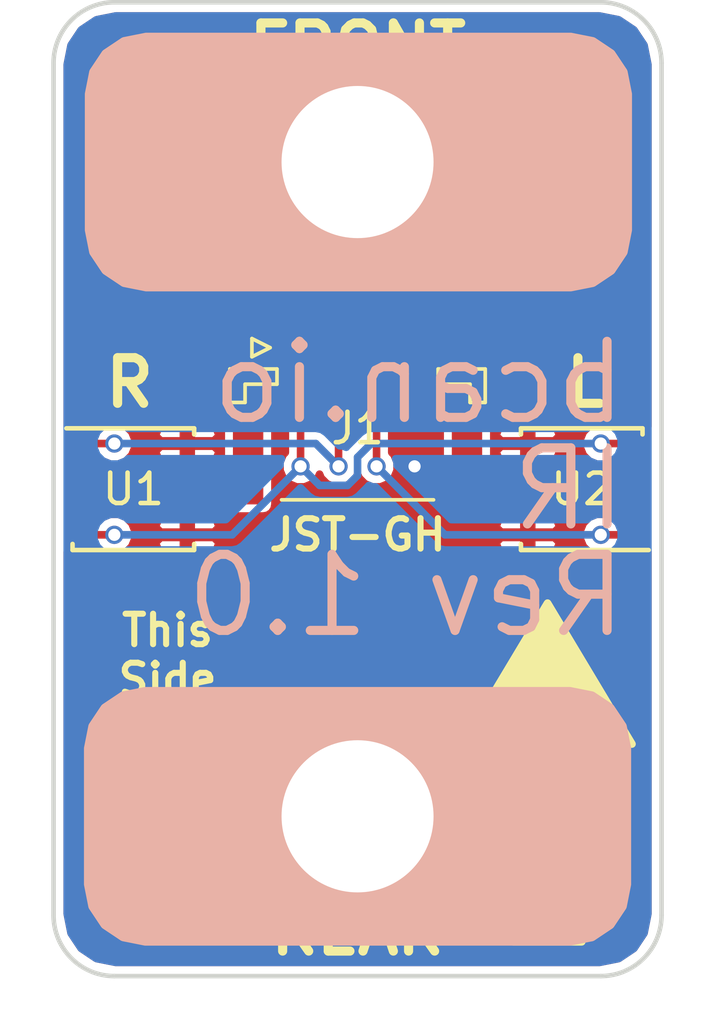
<source format=kicad_pcb>
(kicad_pcb (version 4) (host pcbnew 4.0.6)

  (general
    (links 0)
    (no_connects 0)
    (area 138.163095 82.275 161.836905 117.825)
    (thickness 0.8)
    (drawings 17)
    (tracks 43)
    (zones 0)
    (modules 5)
    (nets 13)
  )

  (page A4)
  (title_block
    (title "IR Receiver")
    (date 2017-03-21)
    (rev 1.0)
    (company "ECE 445")
  )

  (layers
    (0 F.Cu signal)
    (31 B.Cu signal)
    (32 B.Adhes user)
    (33 F.Adhes user)
    (34 B.Paste user)
    (35 F.Paste user)
    (36 B.SilkS user)
    (37 F.SilkS user)
    (38 B.Mask user)
    (39 F.Mask user)
    (40 Dwgs.User user)
    (41 Cmts.User user)
    (42 Eco1.User user)
    (43 Eco2.User user)
    (44 Edge.Cuts user)
    (45 Margin user)
    (46 B.CrtYd user)
    (47 F.CrtYd user)
    (48 B.Fab user)
    (49 F.Fab user)
  )

  (setup
    (last_trace_width 0.25)
    (trace_clearance 0.2)
    (zone_clearance 0.25)
    (zone_45_only no)
    (trace_min 0.16)
    (segment_width 0.2)
    (edge_width 0.15)
    (via_size 0.6)
    (via_drill 0.4)
    (via_min_size 0.4)
    (via_min_drill 0.3)
    (uvia_size 0.3)
    (uvia_drill 0.1)
    (uvias_allowed no)
    (uvia_min_size 0.2)
    (uvia_min_drill 0.1)
    (pcb_text_width 0.3)
    (pcb_text_size 1.5 1.5)
    (mod_edge_width 0.15)
    (mod_text_size 1 1)
    (mod_text_width 0.15)
    (pad_size 5 5)
    (pad_drill 5)
    (pad_to_mask_clearance 0.2)
    (aux_axis_origin 0 0)
    (visible_elements FFFEFF7F)
    (pcbplotparams
      (layerselection 0x00030_80000001)
      (usegerberextensions false)
      (excludeedgelayer true)
      (linewidth 0.100000)
      (plotframeref false)
      (viasonmask false)
      (mode 1)
      (useauxorigin false)
      (hpglpennumber 1)
      (hpglpenspeed 20)
      (hpglpendiameter 15)
      (hpglpenoverlay 2)
      (psnegative false)
      (psa4output false)
      (plotreference true)
      (plotvalue true)
      (plotinvisibletext false)
      (padsonsilk false)
      (subtractmaskfromsilk false)
      (outputformat 1)
      (mirror false)
      (drillshape 1)
      (scaleselection 1)
      (outputdirectory images))
  )

  (net 0 "")
  (net 1 +2V8)
  (net 2 /IR_R)
  (net 3 /IR_L)
  (net 4 GND)
  (net 5 "Net-(U1-Pad2)")
  (net 6 "Net-(U1-Pad3)")
  (net 7 "Net-(U1-Pad4)")
  (net 8 "Net-(U1-Pad7)")
  (net 9 "Net-(U2-Pad2)")
  (net 10 "Net-(U2-Pad3)")
  (net 11 "Net-(U2-Pad4)")
  (net 12 "Net-(U2-Pad7)")

  (net_class Default "This is the default net class."
    (clearance 0.2)
    (trace_width 0.25)
    (via_dia 0.6)
    (via_drill 0.4)
    (uvia_dia 0.3)
    (uvia_drill 0.1)
    (add_net +2V8)
    (add_net /IR_L)
    (add_net /IR_R)
    (add_net GND)
    (add_net "Net-(U1-Pad2)")
    (add_net "Net-(U1-Pad3)")
    (add_net "Net-(U1-Pad4)")
    (add_net "Net-(U1-Pad7)")
    (add_net "Net-(U2-Pad2)")
    (add_net "Net-(U2-Pad3)")
    (add_net "Net-(U2-Pad4)")
    (add_net "Net-(U2-Pad7)")
  )

  (net_class Tight ""
    (clearance 0.16)
    (trace_width 0.16)
    (via_dia 0.5)
    (via_drill 0.3)
    (uvia_dia 0.3)
    (uvia_drill 0.1)
  )

  (module bcan:TSOP572xx (layer F.Cu) (tedit 58D19224) (tstamp 58D177A4)
    (at 142.625 100)
    (path /58D689A4)
    (fp_text reference U1 (at 0 0) (layer F.SilkS)
      (effects (font (size 1 1) (thickness 0.15)))
    )
    (fp_text value TSOP57238 (at 0 3) (layer F.Fab)
      (effects (font (size 1 1) (thickness 0.15)))
    )
    (fp_line (start -2.4 2.2) (end -2.4 -2.2) (layer F.CrtYd) (width 0.05))
    (fp_line (start 2.4 2.2) (end -2.4 2.2) (layer F.CrtYd) (width 0.05))
    (fp_line (start 2.4 -2.2) (end 2.4 2.2) (layer F.CrtYd) (width 0.05))
    (fp_line (start -2.4 -2.2) (end 2.4 -2.2) (layer F.CrtYd) (width 0.05))
    (fp_arc (start 1.325 1.3) (end 1.725 1.3) (angle 90) (layer F.Fab) (width 0.15))
    (fp_arc (start 1.325 -1.3) (end 1.325 -1.7) (angle 90) (layer F.Fab) (width 0.15))
    (fp_arc (start 0.225 1.3) (end 0.225 1.7) (angle 90) (layer F.Fab) (width 0.15))
    (fp_arc (start 0.225 -1.3) (end -0.175 -1.3) (angle 89.9) (layer F.Fab) (width 0.15))
    (fp_line (start -0.175 1.3) (end -0.175 -1.3) (layer F.Fab) (width 0.15))
    (fp_line (start 1.325 1.7) (end 0.225 1.7) (layer F.Fab) (width 0.15))
    (fp_line (start 1.725 -1.3) (end 1.725 1.3) (layer F.Fab) (width 0.15))
    (fp_line (start 0.225 -1.7) (end 1.325 -1.7) (layer F.Fab) (width 0.15))
    (fp_line (start -2 2) (end -2 1.8) (layer F.SilkS) (width 0.15))
    (fp_line (start 2 1.8) (end 2 2) (layer F.SilkS) (width 0.15))
    (fp_line (start 2 -2) (end 2 -1.8) (layer F.SilkS) (width 0.15))
    (fp_line (start 2 2) (end -2 2) (layer F.SilkS) (width 0.15))
    (fp_line (start -2.2 -2) (end 2 -2) (layer F.SilkS) (width 0.15))
    (fp_line (start -1.975 -0.6) (end -0.6 -1.975) (layer F.Fab) (width 0.15))
    (fp_line (start -1.975 1.975) (end -1.975 -0.6) (layer F.Fab) (width 0.15))
    (fp_line (start 1.975 1.975) (end -1.975 1.975) (layer F.Fab) (width 0.15))
    (fp_line (start 1.975 -1.975) (end 1.975 1.975) (layer F.Fab) (width 0.15))
    (fp_line (start -0.6 -1.975) (end 1.975 -1.975) (layer F.Fab) (width 0.15))
    (pad 1 smd rect (at -1.775 -1.5) (size 0.8 0.35) (layers F.Cu F.Paste F.Mask)
      (net 2 /IR_R))
    (pad 5 smd rect (at -1.775 1.5) (size 0.8 0.35) (layers F.Cu F.Paste F.Mask)
      (net 1 +2V8))
    (pad 6 smd rect (at 1.775 1.5) (size 0.8 0.35) (layers F.Cu F.Paste F.Mask)
      (net 4 GND))
    (pad 8 smd rect (at 1.775 -1.5) (size 0.8 0.35) (layers F.Cu F.Paste F.Mask)
      (net 4 GND))
    (pad 2 smd rect (at -1.775 -0.75) (size 0.8 0.35) (layers F.Cu F.Mask)
      (net 5 "Net-(U1-Pad2)"))
    (pad 3 smd rect (at -1.775 0) (size 0.8 0.35) (layers F.Cu F.Mask)
      (net 6 "Net-(U1-Pad3)"))
    (pad 4 smd rect (at -1.775 0.75) (size 0.8 0.35) (layers F.Cu F.Mask)
      (net 7 "Net-(U1-Pad4)"))
    (pad 7 smd rect (at 1.775 0) (size 0.8 0.35) (layers F.Cu F.Mask)
      (net 8 "Net-(U1-Pad7)"))
  )

  (module bcan:TSOP572xx (layer F.Cu) (tedit 58D19224) (tstamp 58D177C2)
    (at 157.375 100 180)
    (path /58D6939D)
    (fp_text reference U2 (at 0 0 180) (layer F.SilkS)
      (effects (font (size 1 1) (thickness 0.15)))
    )
    (fp_text value TSOP57238 (at 0 3 180) (layer F.Fab)
      (effects (font (size 1 1) (thickness 0.15)))
    )
    (fp_line (start -2.4 2.2) (end -2.4 -2.2) (layer F.CrtYd) (width 0.05))
    (fp_line (start 2.4 2.2) (end -2.4 2.2) (layer F.CrtYd) (width 0.05))
    (fp_line (start 2.4 -2.2) (end 2.4 2.2) (layer F.CrtYd) (width 0.05))
    (fp_line (start -2.4 -2.2) (end 2.4 -2.2) (layer F.CrtYd) (width 0.05))
    (fp_arc (start 1.325 1.3) (end 1.725 1.3) (angle 90) (layer F.Fab) (width 0.15))
    (fp_arc (start 1.325 -1.3) (end 1.325 -1.7) (angle 90) (layer F.Fab) (width 0.15))
    (fp_arc (start 0.225 1.3) (end 0.225 1.7) (angle 90) (layer F.Fab) (width 0.15))
    (fp_arc (start 0.225 -1.3) (end -0.175 -1.3) (angle 89.9) (layer F.Fab) (width 0.15))
    (fp_line (start -0.175 1.3) (end -0.175 -1.3) (layer F.Fab) (width 0.15))
    (fp_line (start 1.325 1.7) (end 0.225 1.7) (layer F.Fab) (width 0.15))
    (fp_line (start 1.725 -1.3) (end 1.725 1.3) (layer F.Fab) (width 0.15))
    (fp_line (start 0.225 -1.7) (end 1.325 -1.7) (layer F.Fab) (width 0.15))
    (fp_line (start -2 2) (end -2 1.8) (layer F.SilkS) (width 0.15))
    (fp_line (start 2 1.8) (end 2 2) (layer F.SilkS) (width 0.15))
    (fp_line (start 2 -2) (end 2 -1.8) (layer F.SilkS) (width 0.15))
    (fp_line (start 2 2) (end -2 2) (layer F.SilkS) (width 0.15))
    (fp_line (start -2.2 -2) (end 2 -2) (layer F.SilkS) (width 0.15))
    (fp_line (start -1.975 -0.6) (end -0.6 -1.975) (layer F.Fab) (width 0.15))
    (fp_line (start -1.975 1.975) (end -1.975 -0.6) (layer F.Fab) (width 0.15))
    (fp_line (start 1.975 1.975) (end -1.975 1.975) (layer F.Fab) (width 0.15))
    (fp_line (start 1.975 -1.975) (end 1.975 1.975) (layer F.Fab) (width 0.15))
    (fp_line (start -0.6 -1.975) (end 1.975 -1.975) (layer F.Fab) (width 0.15))
    (pad 1 smd rect (at -1.775 -1.5 180) (size 0.8 0.35) (layers F.Cu F.Paste F.Mask)
      (net 3 /IR_L))
    (pad 5 smd rect (at -1.775 1.5 180) (size 0.8 0.35) (layers F.Cu F.Paste F.Mask)
      (net 1 +2V8))
    (pad 6 smd rect (at 1.775 1.5 180) (size 0.8 0.35) (layers F.Cu F.Paste F.Mask)
      (net 4 GND))
    (pad 8 smd rect (at 1.775 -1.5 180) (size 0.8 0.35) (layers F.Cu F.Paste F.Mask)
      (net 4 GND))
    (pad 2 smd rect (at -1.775 -0.75 180) (size 0.8 0.35) (layers F.Cu F.Mask)
      (net 9 "Net-(U2-Pad2)"))
    (pad 3 smd rect (at -1.775 0 180) (size 0.8 0.35) (layers F.Cu F.Mask)
      (net 10 "Net-(U2-Pad3)"))
    (pad 4 smd rect (at -1.775 0.75 180) (size 0.8 0.35) (layers F.Cu F.Mask)
      (net 11 "Net-(U2-Pad4)"))
    (pad 7 smd rect (at 1.775 0 180) (size 0.8 0.35) (layers F.Cu F.Mask)
      (net 12 "Net-(U2-Pad7)"))
  )

  (module Connectors_JST:JST_GH_SM04B-GHS-TB_04x1.25mm_Angled (layer F.Cu) (tedit 58A22BB2) (tstamp 58D17348)
    (at 150 97.5)
    (descr "JST GH series connector, SM04B-GHS-TB, side entry type")
    (tags "connector jst GH SMT side horizontal entry 1.25mm pitch")
    (path /58D694F5)
    (attr smd)
    (fp_text reference J1 (at 0 0.5) (layer F.SilkS)
      (effects (font (size 1 1) (thickness 0.15)))
    )
    (fp_text value IR (at 0 4.45) (layer F.Fab)
      (effects (font (size 1 1) (thickness 0.15)))
    )
    (fp_text user %R (at 0 0.45) (layer F.Fab)
      (effects (font (size 1 1) (thickness 0.15)))
    )
    (fp_line (start -4.1 -1.3) (end -4.1 2.75) (layer F.Fab) (width 0.1))
    (fp_line (start -4.1 2.75) (end 4.1 2.75) (layer F.Fab) (width 0.1))
    (fp_line (start 4.1 2.75) (end 4.1 -1.3) (layer F.Fab) (width 0.1))
    (fp_line (start 4.1 -1.3) (end -4.1 -1.3) (layer F.Fab) (width 0.1))
    (fp_line (start -2.5 2.85) (end 2.5 2.85) (layer F.SilkS) (width 0.12))
    (fp_line (start -4.2 -0.35) (end -4.2 -1.45) (layer F.SilkS) (width 0.12))
    (fp_line (start -4.2 -1.45) (end -2.65 -1.45) (layer F.SilkS) (width 0.12))
    (fp_line (start -2.65 -1.45) (end -2.65 -0.95) (layer F.SilkS) (width 0.12))
    (fp_line (start -2.65 -0.95) (end -3.7 -0.95) (layer F.SilkS) (width 0.12))
    (fp_line (start -3.7 -0.95) (end -3.7 -0.35) (layer F.SilkS) (width 0.12))
    (fp_line (start -3.7 -0.35) (end -4.2 -0.35) (layer F.SilkS) (width 0.12))
    (fp_line (start 4.2 -0.35) (end 4.2 -1.45) (layer F.SilkS) (width 0.12))
    (fp_line (start 4.2 -1.45) (end 2.65 -1.45) (layer F.SilkS) (width 0.12))
    (fp_line (start 2.65 -1.45) (end 2.65 -0.95) (layer F.SilkS) (width 0.12))
    (fp_line (start 2.65 -0.95) (end 3.7 -0.95) (layer F.SilkS) (width 0.12))
    (fp_line (start 3.7 -0.95) (end 3.7 -0.35) (layer F.SilkS) (width 0.12))
    (fp_line (start 3.7 -0.35) (end 4.2 -0.35) (layer F.SilkS) (width 0.12))
    (fp_line (start -2.875 -2.15) (end -3.475 -2.45) (layer F.SilkS) (width 0.12))
    (fp_line (start -3.475 -2.45) (end -3.475 -1.85) (layer F.SilkS) (width 0.12))
    (fp_line (start -3.475 -1.85) (end -2.875 -2.15) (layer F.SilkS) (width 0.12))
    (fp_line (start -2.875 -2.15) (end -3.475 -2.45) (layer F.Fab) (width 0.1))
    (fp_line (start -3.475 -2.45) (end -3.475 -1.85) (layer F.Fab) (width 0.1))
    (fp_line (start -3.475 -1.85) (end -2.875 -2.15) (layer F.Fab) (width 0.1))
    (fp_line (start -2.125 2.7) (end -2.125 1.2) (layer F.Fab) (width 0.1))
    (fp_line (start -2.125 1.2) (end -1.625 1.2) (layer F.Fab) (width 0.1))
    (fp_line (start -1.625 1.2) (end -1.625 2.7) (layer F.Fab) (width 0.1))
    (fp_line (start -0.875 2.7) (end -0.875 1.2) (layer F.Fab) (width 0.1))
    (fp_line (start -0.875 1.2) (end -0.375 1.2) (layer F.Fab) (width 0.1))
    (fp_line (start -0.375 1.2) (end -0.375 2.7) (layer F.Fab) (width 0.1))
    (fp_line (start 0.375 2.7) (end 0.375 1.2) (layer F.Fab) (width 0.1))
    (fp_line (start 0.375 1.2) (end 0.875 1.2) (layer F.Fab) (width 0.1))
    (fp_line (start 0.875 1.2) (end 0.875 2.7) (layer F.Fab) (width 0.1))
    (fp_line (start 1.625 2.7) (end 1.625 1.2) (layer F.Fab) (width 0.1))
    (fp_line (start 1.625 1.2) (end 2.125 1.2) (layer F.Fab) (width 0.1))
    (fp_line (start 2.125 1.2) (end 2.125 2.7) (layer F.Fab) (width 0.1))
    (fp_line (start -4.6 -3.1) (end -4.6 3.5) (layer F.CrtYd) (width 0.05))
    (fp_line (start -4.6 3.5) (end 4.6 3.5) (layer F.CrtYd) (width 0.05))
    (fp_line (start 4.6 3.5) (end 4.6 -3.1) (layer F.CrtYd) (width 0.05))
    (fp_line (start 4.6 -3.1) (end -4.6 -3.1) (layer F.CrtYd) (width 0.05))
    (pad 1 smd rect (at -1.875 -1.6) (size 0.6 1.8) (layers F.Cu F.Paste F.Mask)
      (net 1 +2V8))
    (pad 2 smd rect (at -0.625 -1.6) (size 0.6 1.8) (layers F.Cu F.Paste F.Mask)
      (net 2 /IR_R))
    (pad 3 smd rect (at 0.625 -1.6) (size 0.6 1.8) (layers F.Cu F.Paste F.Mask)
      (net 3 /IR_L))
    (pad 4 smd rect (at 1.875 -1.6) (size 0.6 1.8) (layers F.Cu F.Paste F.Mask)
      (net 4 GND))
    (pad "" smd rect (at 3.6 1.6) (size 1 2.8) (layers F.Cu F.Paste F.Mask))
    (pad "" smd rect (at -3.6 1.6) (size 1 2.8) (layers F.Cu F.Paste F.Mask))
  )

  (module Mounting_Holes:MountingHole_5mm (layer F.Cu) (tedit 58D19499) (tstamp 58D19ABD)
    (at 150 89.25)
    (descr "Mounting Hole 5mm, no annular")
    (tags "mounting hole 5mm no annular")
    (fp_text reference REF** (at 0 -6) (layer F.SilkS) hide
      (effects (font (size 1 1) (thickness 0.15)))
    )
    (fp_text value MountingHole_5mm (at 0 6) (layer F.Fab)
      (effects (font (size 1 1) (thickness 0.15)))
    )
    (fp_circle (center 0 0) (end 5 0) (layer Cmts.User) (width 0.15))
    (fp_circle (center 0 0) (end 5.25 0) (layer F.CrtYd) (width 0.05))
    (pad 1 np_thru_hole circle (at 0 0) (size 5 5) (drill 5) (layers *.Cu *.Mask))
  )

  (module Mounting_Holes:MountingHole_5mm (layer F.Cu) (tedit 58D194BA) (tstamp 58D19ACC)
    (at 150 110.75)
    (descr "Mounting Hole 5mm, no annular")
    (tags "mounting hole 5mm no annular")
    (fp_text reference REF** (at 0 -6) (layer F.SilkS) hide
      (effects (font (size 1 1) (thickness 0.15)))
    )
    (fp_text value MountingHole_5mm (at 0 6) (layer F.Fab)
      (effects (font (size 1 1) (thickness 0.15)))
    )
    (fp_circle (center 0 0) (end 5 0) (layer Cmts.User) (width 0.15))
    (fp_circle (center 0 0) (end 5.25 0) (layer F.CrtYd) (width 0.05))
    (pad 1 np_thru_hole circle (at 0 0) (size 5 5) (drill 5) (layers *.Cu *.Mask))
  )

  (gr_text JST-GH (at 150 101.5) (layer F.SilkS)
    (effects (font (size 1 1) (thickness 0.2)))
  )
  (gr_text "This\nSide\nDown" (at 143.75 106.25) (layer F.SilkS)
    (effects (font (size 1 1) (thickness 0.2)))
  )
  (gr_text REAR (at 150 114.5) (layer F.SilkS)
    (effects (font (size 1.5 1.5) (thickness 0.3)))
  )
  (gr_text FRONT (at 150 85.5) (layer F.SilkS)
    (effects (font (size 1.5 1.5) (thickness 0.3)))
  )
  (gr_text IR (at 159 100) (layer B.SilkS)
    (effects (font (size 2.5 2.5) (thickness 0.3)) (justify left mirror))
  )
  (gr_text "Rev 1.0" (at 159 103.5) (layer B.SilkS)
    (effects (font (size 2.5 2.5) (thickness 0.3)) (justify left mirror))
  )
  (gr_text bcan.io (at 159 96.5) (layer B.SilkS)
    (effects (font (size 2.5 2.5) (thickness 0.3)) (justify left mirror))
  )
  (gr_text L (at 157.5 96.5) (layer F.SilkS)
    (effects (font (size 1.5 1.5) (thickness 0.3)))
  )
  (gr_text R (at 142.5 96.5) (layer F.SilkS)
    (effects (font (size 1.5 1.5) (thickness 0.3)))
  )
  (gr_arc (start 158 86) (end 158 84) (angle 90) (layer Edge.Cuts) (width 0.15))
  (gr_arc (start 158 114) (end 160 114) (angle 90) (layer Edge.Cuts) (width 0.15))
  (gr_arc (start 142 114) (end 142 116) (angle 90) (layer Edge.Cuts) (width 0.15))
  (gr_arc (start 142 86) (end 140 86) (angle 90) (layer Edge.Cuts) (width 0.15))
  (gr_line (start 140 114) (end 140 86) (layer Edge.Cuts) (width 0.15))
  (gr_line (start 158 116) (end 142 116) (layer Edge.Cuts) (width 0.15))
  (gr_line (start 160 86) (end 160 114) (layer Edge.Cuts) (width 0.15))
  (gr_line (start 142 84) (end 158 84) (layer Edge.Cuts) (width 0.15))

  (segment (start 148.749997 99.875001) (end 149.675001 99.875001) (width 0.25) (layer B.Cu) (net 1))
  (segment (start 149.675001 99.875001) (end 150 99.550002) (width 0.25) (layer B.Cu) (net 1))
  (segment (start 150 99.550002) (end 150 98.949998) (width 0.25) (layer B.Cu) (net 1))
  (segment (start 142 101.5) (end 145.875004 101.5) (width 0.25) (layer B.Cu) (net 1))
  (segment (start 145.875004 101.5) (end 148.125 99.250004) (width 0.25) (layer B.Cu) (net 1))
  (segment (start 158 98.5) (end 150.449998 98.5) (width 0.25) (layer B.Cu) (net 1))
  (segment (start 150.449998 98.5) (end 150 98.949998) (width 0.25) (layer B.Cu) (net 1))
  (segment (start 148.749997 99.875001) (end 148.125 99.250004) (width 0.25) (layer B.Cu) (net 1))
  (segment (start 148.125 95.9) (end 148.125 99.250004) (width 0.25) (layer F.Cu) (net 1) (status 10))
  (via (at 148.125 99.250004) (size 0.6) (drill 0.4) (layers F.Cu B.Cu) (net 1))
  (segment (start 142 101.5) (end 140.85 101.5) (width 0.25) (layer F.Cu) (net 1) (status 20))
  (via (at 142 101.5) (size 0.6) (drill 0.4) (layers F.Cu B.Cu) (net 1))
  (segment (start 158 98.5) (end 159.15 98.5) (width 0.25) (layer F.Cu) (net 1) (status 20))
  (via (at 158 98.5) (size 0.6) (drill 0.4) (layers F.Cu B.Cu) (net 1))
  (segment (start 142 98.5) (end 148.625 98.5) (width 0.25) (layer B.Cu) (net 2))
  (segment (start 148.625 98.5) (end 149.375 99.25) (width 0.25) (layer B.Cu) (net 2))
  (segment (start 149.375 95.9) (end 149.375 99.25) (width 0.25) (layer F.Cu) (net 2) (status 10))
  (segment (start 142 98.5) (end 140.85 98.5) (width 0.25) (layer F.Cu) (net 2) (status 20))
  (via (at 142 98.5) (size 0.6) (drill 0.4) (layers F.Cu B.Cu) (net 2))
  (via (at 149.375 99.25) (size 0.6) (drill 0.4) (layers F.Cu B.Cu) (net 2))
  (segment (start 150.625 99.25) (end 150.625 95.9) (width 0.25) (layer F.Cu) (net 3) (status 20))
  (segment (start 158 101.5) (end 152.875 101.5) (width 0.25) (layer B.Cu) (net 3))
  (segment (start 152.875 101.5) (end 150.625 99.25) (width 0.25) (layer B.Cu) (net 3))
  (segment (start 158 101.5) (end 159.15 101.5) (width 0.25) (layer F.Cu) (net 3) (status 20))
  (via (at 158 101.5) (size 0.6) (drill 0.4) (layers F.Cu B.Cu) (net 3))
  (via (at 150.625 99.25) (size 0.6) (drill 0.4) (layers F.Cu B.Cu) (net 3))
  (segment (start 151.875 99.25) (end 151.875 99.860002) (width 0.25) (layer F.Cu) (net 4))
  (segment (start 151.875 95.9) (end 151.875 99.25) (width 0.25) (layer F.Cu) (net 4) (status 10))
  (via (at 151.875 99.25) (size 0.6) (drill 0.4) (layers F.Cu B.Cu) (net 4))
  (segment (start 144.4 101.5) (end 150.235002 101.5) (width 0.25) (layer F.Cu) (net 4) (status 10))
  (segment (start 150.235002 101.5) (end 151.875 99.860002) (width 0.25) (layer F.Cu) (net 4))
  (segment (start 151.875 99.860002) (end 153.514998 101.5) (width 0.25) (layer F.Cu) (net 4))
  (segment (start 153.514998 101.5) (end 155.6 101.5) (width 0.25) (layer F.Cu) (net 4) (status 20))
  (segment (start 155.6 98.5) (end 155.6 98.925) (width 0.25) (layer F.Cu) (net 4) (status 10))
  (segment (start 155.6 98.925) (end 154.874999 99.650001) (width 0.25) (layer F.Cu) (net 4))
  (segment (start 154.874999 99.650001) (end 154.874999 100.349999) (width 0.25) (layer F.Cu) (net 4))
  (segment (start 154.874999 100.349999) (end 155.6 101.075) (width 0.25) (layer F.Cu) (net 4))
  (segment (start 155.6 101.075) (end 155.6 101.5) (width 0.25) (layer F.Cu) (net 4) (status 20))
  (segment (start 144.4 98.5) (end 144.4 98.925) (width 0.25) (layer F.Cu) (net 4) (status 10))
  (segment (start 144.4 98.925) (end 145.125001 99.650001) (width 0.25) (layer F.Cu) (net 4))
  (segment (start 145.125001 99.650001) (end 145.125001 100.349999) (width 0.25) (layer F.Cu) (net 4))
  (segment (start 145.125001 100.349999) (end 144.4 101.075) (width 0.25) (layer F.Cu) (net 4))
  (segment (start 144.4 101.075) (end 144.4 101.5) (width 0.25) (layer F.Cu) (net 4) (status 20))

  (zone (net 4) (net_name GND) (layer F.Cu) (tstamp 0) (hatch edge 0.508)
    (connect_pads (clearance 0.25))
    (min_thickness 0.25)
    (fill yes (arc_segments 16) (thermal_gap 0.508) (thermal_bridge_width 0.508) (smoothing fillet) (radius 2))
    (polygon
      (pts
        (xy 140 84) (xy 160 84) (xy 160 116) (xy 140 116)
      )
    )
    (filled_polygon
      (pts
        (xy 158.589785 84.576131) (xy 159.089782 84.910218) (xy 159.423869 85.410215) (xy 159.55 86.044319) (xy 159.55 97.942654)
        (xy 158.75 97.942654) (xy 158.611034 97.968802) (xy 158.562551 98) (xy 158.454634 98) (xy 158.382856 97.928097)
        (xy 158.134855 97.825117) (xy 157.866323 97.824883) (xy 157.618143 97.927429) (xy 157.428097 98.117144) (xy 157.325117 98.365145)
        (xy 157.324883 98.633677) (xy 157.427429 98.881857) (xy 157.617144 99.071903) (xy 157.865145 99.174883) (xy 158.133677 99.175117)
        (xy 158.367654 99.07844) (xy 158.367654 99.425) (xy 158.393802 99.563966) (xy 158.432938 99.624786) (xy 158.397777 99.676246)
        (xy 158.367654 99.825) (xy 158.367654 100.175) (xy 158.393802 100.313966) (xy 158.432938 100.374786) (xy 158.397777 100.426246)
        (xy 158.367654 100.575) (xy 158.367654 100.921785) (xy 158.134855 100.825117) (xy 157.866323 100.824883) (xy 157.618143 100.927429)
        (xy 157.428097 101.117144) (xy 157.325117 101.365145) (xy 157.324883 101.633677) (xy 157.427429 101.881857) (xy 157.617144 102.071903)
        (xy 157.865145 102.174883) (xy 158.133677 102.175117) (xy 158.381857 102.072571) (xy 158.454555 102) (xy 158.561404 102)
        (xy 158.601246 102.027223) (xy 158.75 102.057346) (xy 159.55 102.057346) (xy 159.55 113.955681) (xy 159.423869 114.589785)
        (xy 159.089782 115.089782) (xy 158.589785 115.423869) (xy 157.95568 115.55) (xy 142.044319 115.55) (xy 141.410215 115.423869)
        (xy 140.910218 115.089782) (xy 140.576131 114.589785) (xy 140.45 113.95568) (xy 140.45 111.319364) (xy 147.124502 111.319364)
        (xy 147.561272 112.376429) (xy 148.369317 113.185886) (xy 149.425618 113.6245) (xy 150.569364 113.625498) (xy 151.626429 113.188728)
        (xy 152.435886 112.380683) (xy 152.8745 111.324382) (xy 152.875498 110.180636) (xy 152.438728 109.123571) (xy 151.630683 108.314114)
        (xy 150.574382 107.8755) (xy 149.430636 107.874502) (xy 148.373571 108.311272) (xy 147.564114 109.119317) (xy 147.1255 110.175618)
        (xy 147.124502 111.319364) (xy 140.45 111.319364) (xy 140.45 102.057346) (xy 141.25 102.057346) (xy 141.388966 102.031198)
        (xy 141.437449 102) (xy 141.545366 102) (xy 141.617144 102.071903) (xy 141.865145 102.174883) (xy 142.133677 102.175117)
        (xy 142.381857 102.072571) (xy 142.571903 101.882856) (xy 142.628834 101.74575) (xy 143.367 101.74575) (xy 143.367 101.800912)
        (xy 143.463369 102.033566) (xy 143.641435 102.211632) (xy 143.874089 102.308) (xy 144.11275 102.308) (xy 144.271 102.14975)
        (xy 144.271 101.5875) (xy 144.529 101.5875) (xy 144.529 102.14975) (xy 144.68725 102.308) (xy 144.925911 102.308)
        (xy 145.158565 102.211632) (xy 145.336631 102.033566) (xy 145.433 101.800912) (xy 145.433 101.74575) (xy 154.567 101.74575)
        (xy 154.567 101.800912) (xy 154.663369 102.033566) (xy 154.841435 102.211632) (xy 155.074089 102.308) (xy 155.31275 102.308)
        (xy 155.471 102.14975) (xy 155.471 101.5875) (xy 155.729 101.5875) (xy 155.729 102.14975) (xy 155.88725 102.308)
        (xy 156.125911 102.308) (xy 156.358565 102.211632) (xy 156.536631 102.033566) (xy 156.633 101.800912) (xy 156.633 101.74575)
        (xy 156.47475 101.5875) (xy 155.729 101.5875) (xy 155.471 101.5875) (xy 154.72525 101.5875) (xy 154.567 101.74575)
        (xy 145.433 101.74575) (xy 145.27475 101.5875) (xy 144.529 101.5875) (xy 144.271 101.5875) (xy 143.52525 101.5875)
        (xy 143.367 101.74575) (xy 142.628834 101.74575) (xy 142.674883 101.634855) (xy 142.675117 101.366323) (xy 142.606017 101.199088)
        (xy 143.367 101.199088) (xy 143.367 101.25425) (xy 143.52525 101.4125) (xy 144.271 101.4125) (xy 144.271 100.85025)
        (xy 144.529 100.85025) (xy 144.529 101.4125) (xy 145.27475 101.4125) (xy 145.433 101.25425) (xy 145.433 101.199088)
        (xy 154.567 101.199088) (xy 154.567 101.25425) (xy 154.72525 101.4125) (xy 155.471 101.4125) (xy 155.471 100.85025)
        (xy 155.729 100.85025) (xy 155.729 101.4125) (xy 156.47475 101.4125) (xy 156.633 101.25425) (xy 156.633 101.199088)
        (xy 156.536631 100.966434) (xy 156.358565 100.788368) (xy 156.125911 100.692) (xy 155.88725 100.692) (xy 155.729 100.85025)
        (xy 155.471 100.85025) (xy 155.31275 100.692) (xy 155.074089 100.692) (xy 154.841435 100.788368) (xy 154.663369 100.966434)
        (xy 154.567 101.199088) (xy 145.433 101.199088) (xy 145.336631 100.966434) (xy 145.158565 100.788368) (xy 144.925911 100.692)
        (xy 144.68725 100.692) (xy 144.529 100.85025) (xy 144.271 100.85025) (xy 144.11275 100.692) (xy 143.874089 100.692)
        (xy 143.641435 100.788368) (xy 143.463369 100.966434) (xy 143.367 101.199088) (xy 142.606017 101.199088) (xy 142.572571 101.118143)
        (xy 142.382856 100.928097) (xy 142.134855 100.825117) (xy 141.866323 100.824883) (xy 141.632346 100.92156) (xy 141.632346 100.575)
        (xy 141.606198 100.436034) (xy 141.567062 100.375214) (xy 141.602223 100.323754) (xy 141.632346 100.175) (xy 141.632346 99.825)
        (xy 143.617654 99.825) (xy 143.617654 100.175) (xy 143.643802 100.313966) (xy 143.725931 100.441599) (xy 143.851246 100.527223)
        (xy 144 100.557346) (xy 144.8 100.557346) (xy 144.938966 100.531198) (xy 145.066599 100.449069) (xy 145.152223 100.323754)
        (xy 145.182346 100.175) (xy 145.182346 99.825) (xy 145.156198 99.686034) (xy 145.074069 99.558401) (xy 144.948754 99.472777)
        (xy 144.8 99.442654) (xy 144 99.442654) (xy 143.861034 99.468802) (xy 143.733401 99.550931) (xy 143.647777 99.676246)
        (xy 143.617654 99.825) (xy 141.632346 99.825) (xy 141.606198 99.686034) (xy 141.567062 99.625214) (xy 141.602223 99.573754)
        (xy 141.632346 99.425) (xy 141.632346 99.078215) (xy 141.865145 99.174883) (xy 142.133677 99.175117) (xy 142.381857 99.072571)
        (xy 142.571903 98.882856) (xy 142.628834 98.74575) (xy 143.367 98.74575) (xy 143.367 98.800912) (xy 143.463369 99.033566)
        (xy 143.641435 99.211632) (xy 143.874089 99.308) (xy 144.11275 99.308) (xy 144.271 99.14975) (xy 144.271 98.5875)
        (xy 144.529 98.5875) (xy 144.529 99.14975) (xy 144.68725 99.308) (xy 144.925911 99.308) (xy 145.158565 99.211632)
        (xy 145.336631 99.033566) (xy 145.433 98.800912) (xy 145.433 98.74575) (xy 145.27475 98.5875) (xy 144.529 98.5875)
        (xy 144.271 98.5875) (xy 143.52525 98.5875) (xy 143.367 98.74575) (xy 142.628834 98.74575) (xy 142.674883 98.634855)
        (xy 142.675117 98.366323) (xy 142.606017 98.199088) (xy 143.367 98.199088) (xy 143.367 98.25425) (xy 143.52525 98.4125)
        (xy 144.271 98.4125) (xy 144.271 97.85025) (xy 144.529 97.85025) (xy 144.529 98.4125) (xy 145.27475 98.4125)
        (xy 145.433 98.25425) (xy 145.433 98.199088) (xy 145.336631 97.966434) (xy 145.158565 97.788368) (xy 144.945225 97.7)
        (xy 145.517654 97.7) (xy 145.517654 100.5) (xy 145.543802 100.638966) (xy 145.625931 100.766599) (xy 145.751246 100.852223)
        (xy 145.9 100.882346) (xy 146.9 100.882346) (xy 147.038966 100.856198) (xy 147.166599 100.774069) (xy 147.252223 100.648754)
        (xy 147.282346 100.5) (xy 147.282346 97.7) (xy 147.256198 97.561034) (xy 147.174069 97.433401) (xy 147.048754 97.347777)
        (xy 146.9 97.317654) (xy 145.9 97.317654) (xy 145.761034 97.343802) (xy 145.633401 97.425931) (xy 145.547777 97.551246)
        (xy 145.517654 97.7) (xy 144.945225 97.7) (xy 144.925911 97.692) (xy 144.68725 97.692) (xy 144.529 97.85025)
        (xy 144.271 97.85025) (xy 144.11275 97.692) (xy 143.874089 97.692) (xy 143.641435 97.788368) (xy 143.463369 97.966434)
        (xy 143.367 98.199088) (xy 142.606017 98.199088) (xy 142.572571 98.118143) (xy 142.382856 97.928097) (xy 142.134855 97.825117)
        (xy 141.866323 97.824883) (xy 141.618143 97.927429) (xy 141.545445 98) (xy 141.438596 98) (xy 141.398754 97.972777)
        (xy 141.25 97.942654) (xy 140.45 97.942654) (xy 140.45 95) (xy 147.442654 95) (xy 147.442654 96.8)
        (xy 147.468802 96.938966) (xy 147.550931 97.066599) (xy 147.625 97.117208) (xy 147.625 98.79537) (xy 147.553097 98.867148)
        (xy 147.450117 99.115149) (xy 147.449883 99.383681) (xy 147.552429 99.631861) (xy 147.742144 99.821907) (xy 147.990145 99.924887)
        (xy 148.258677 99.925121) (xy 148.506857 99.822575) (xy 148.696903 99.63286) (xy 148.750004 99.504979) (xy 148.802429 99.631857)
        (xy 148.992144 99.821903) (xy 149.240145 99.924883) (xy 149.508677 99.925117) (xy 149.756857 99.822571) (xy 149.946903 99.632856)
        (xy 150.000003 99.504977) (xy 150.052429 99.631857) (xy 150.242144 99.821903) (xy 150.490145 99.924883) (xy 150.758677 99.925117)
        (xy 151.006857 99.822571) (xy 151.196903 99.632856) (xy 151.299883 99.384855) (xy 151.300117 99.116323) (xy 151.197571 98.868143)
        (xy 151.125 98.795445) (xy 151.125 97.7) (xy 152.717654 97.7) (xy 152.717654 100.5) (xy 152.743802 100.638966)
        (xy 152.825931 100.766599) (xy 152.951246 100.852223) (xy 153.1 100.882346) (xy 154.1 100.882346) (xy 154.238966 100.856198)
        (xy 154.366599 100.774069) (xy 154.452223 100.648754) (xy 154.482346 100.5) (xy 154.482346 99.825) (xy 154.817654 99.825)
        (xy 154.817654 100.175) (xy 154.843802 100.313966) (xy 154.925931 100.441599) (xy 155.051246 100.527223) (xy 155.2 100.557346)
        (xy 156 100.557346) (xy 156.138966 100.531198) (xy 156.266599 100.449069) (xy 156.352223 100.323754) (xy 156.382346 100.175)
        (xy 156.382346 99.825) (xy 156.356198 99.686034) (xy 156.274069 99.558401) (xy 156.148754 99.472777) (xy 156 99.442654)
        (xy 155.2 99.442654) (xy 155.061034 99.468802) (xy 154.933401 99.550931) (xy 154.847777 99.676246) (xy 154.817654 99.825)
        (xy 154.482346 99.825) (xy 154.482346 98.74575) (xy 154.567 98.74575) (xy 154.567 98.800912) (xy 154.663369 99.033566)
        (xy 154.841435 99.211632) (xy 155.074089 99.308) (xy 155.31275 99.308) (xy 155.471 99.14975) (xy 155.471 98.5875)
        (xy 155.729 98.5875) (xy 155.729 99.14975) (xy 155.88725 99.308) (xy 156.125911 99.308) (xy 156.358565 99.211632)
        (xy 156.536631 99.033566) (xy 156.633 98.800912) (xy 156.633 98.74575) (xy 156.47475 98.5875) (xy 155.729 98.5875)
        (xy 155.471 98.5875) (xy 154.72525 98.5875) (xy 154.567 98.74575) (xy 154.482346 98.74575) (xy 154.482346 98.199088)
        (xy 154.567 98.199088) (xy 154.567 98.25425) (xy 154.72525 98.4125) (xy 155.471 98.4125) (xy 155.471 97.85025)
        (xy 155.729 97.85025) (xy 155.729 98.4125) (xy 156.47475 98.4125) (xy 156.633 98.25425) (xy 156.633 98.199088)
        (xy 156.536631 97.966434) (xy 156.358565 97.788368) (xy 156.125911 97.692) (xy 155.88725 97.692) (xy 155.729 97.85025)
        (xy 155.471 97.85025) (xy 155.31275 97.692) (xy 155.074089 97.692) (xy 154.841435 97.788368) (xy 154.663369 97.966434)
        (xy 154.567 98.199088) (xy 154.482346 98.199088) (xy 154.482346 97.7) (xy 154.456198 97.561034) (xy 154.374069 97.433401)
        (xy 154.248754 97.347777) (xy 154.1 97.317654) (xy 153.1 97.317654) (xy 152.961034 97.343802) (xy 152.833401 97.425931)
        (xy 152.747777 97.551246) (xy 152.717654 97.7) (xy 151.125 97.7) (xy 151.125 97.245197) (xy 151.216435 97.336632)
        (xy 151.449089 97.433) (xy 151.58775 97.433) (xy 151.746 97.27475) (xy 151.746 96.029) (xy 152.004 96.029)
        (xy 152.004 97.27475) (xy 152.16225 97.433) (xy 152.300911 97.433) (xy 152.533565 97.336632) (xy 152.711631 97.158566)
        (xy 152.808 96.925912) (xy 152.808 96.18725) (xy 152.64975 96.029) (xy 152.004 96.029) (xy 151.746 96.029)
        (xy 151.726 96.029) (xy 151.726 95.771) (xy 151.746 95.771) (xy 151.746 94.52525) (xy 152.004 94.52525)
        (xy 152.004 95.771) (xy 152.64975 95.771) (xy 152.808 95.61275) (xy 152.808 94.874088) (xy 152.711631 94.641434)
        (xy 152.533565 94.463368) (xy 152.300911 94.367) (xy 152.16225 94.367) (xy 152.004 94.52525) (xy 151.746 94.52525)
        (xy 151.58775 94.367) (xy 151.449089 94.367) (xy 151.216435 94.463368) (xy 151.039053 94.64075) (xy 150.925 94.617654)
        (xy 150.325 94.617654) (xy 150.186034 94.643802) (xy 150.058401 94.725931) (xy 149.99962 94.81196) (xy 149.949069 94.733401)
        (xy 149.823754 94.647777) (xy 149.675 94.617654) (xy 149.075 94.617654) (xy 148.936034 94.643802) (xy 148.808401 94.725931)
        (xy 148.74962 94.81196) (xy 148.699069 94.733401) (xy 148.573754 94.647777) (xy 148.425 94.617654) (xy 147.825 94.617654)
        (xy 147.686034 94.643802) (xy 147.558401 94.725931) (xy 147.472777 94.851246) (xy 147.442654 95) (xy 140.45 95)
        (xy 140.45 89.819364) (xy 147.124502 89.819364) (xy 147.561272 90.876429) (xy 148.369317 91.685886) (xy 149.425618 92.1245)
        (xy 150.569364 92.125498) (xy 151.626429 91.688728) (xy 152.435886 90.880683) (xy 152.8745 89.824382) (xy 152.875498 88.680636)
        (xy 152.438728 87.623571) (xy 151.630683 86.814114) (xy 150.574382 86.3755) (xy 149.430636 86.374502) (xy 148.373571 86.811272)
        (xy 147.564114 87.619317) (xy 147.1255 88.675618) (xy 147.124502 89.819364) (xy 140.45 89.819364) (xy 140.45 86.04432)
        (xy 140.576131 85.410215) (xy 140.910218 84.910218) (xy 141.410215 84.576131) (xy 142.044319 84.45) (xy 157.95568 84.45)
      )
    )
  )
  (zone (net 4) (net_name GND) (layer B.Cu) (tstamp 58D17F5E) (hatch edge 0.508)
    (connect_pads (clearance 0.25))
    (min_thickness 0.25)
    (fill yes (arc_segments 16) (thermal_gap 0.508) (thermal_bridge_width 0.508) (smoothing fillet) (radius 2))
    (polygon
      (pts
        (xy 140 84) (xy 160 84) (xy 160 116) (xy 140 116)
      )
    )
    (filled_polygon
      (pts
        (xy 158.589785 84.576131) (xy 159.089782 84.910218) (xy 159.423869 85.410215) (xy 159.55 86.044319) (xy 159.55 113.955681)
        (xy 159.423869 114.589785) (xy 159.089782 115.089782) (xy 158.589785 115.423869) (xy 157.95568 115.55) (xy 142.044319 115.55)
        (xy 141.410215 115.423869) (xy 140.910218 115.089782) (xy 140.576131 114.589785) (xy 140.45 113.95568) (xy 140.45 111.319364)
        (xy 147.124502 111.319364) (xy 147.561272 112.376429) (xy 148.369317 113.185886) (xy 149.425618 113.6245) (xy 150.569364 113.625498)
        (xy 151.626429 113.188728) (xy 152.435886 112.380683) (xy 152.8745 111.324382) (xy 152.875498 110.180636) (xy 152.438728 109.123571)
        (xy 151.630683 108.314114) (xy 150.574382 107.8755) (xy 149.430636 107.874502) (xy 148.373571 108.311272) (xy 147.564114 109.119317)
        (xy 147.1255 110.175618) (xy 147.124502 111.319364) (xy 140.45 111.319364) (xy 140.45 98.633677) (xy 141.324883 98.633677)
        (xy 141.427429 98.881857) (xy 141.617144 99.071903) (xy 141.865145 99.174883) (xy 142.133677 99.175117) (xy 142.381857 99.072571)
        (xy 142.454555 99) (xy 147.497932 99) (xy 147.450117 99.115149) (xy 147.450027 99.217871) (xy 145.667898 101)
        (xy 142.454634 101) (xy 142.382856 100.928097) (xy 142.134855 100.825117) (xy 141.866323 100.824883) (xy 141.618143 100.927429)
        (xy 141.428097 101.117144) (xy 141.325117 101.365145) (xy 141.324883 101.633677) (xy 141.427429 101.881857) (xy 141.617144 102.071903)
        (xy 141.865145 102.174883) (xy 142.133677 102.175117) (xy 142.381857 102.072571) (xy 142.454555 102) (xy 145.875004 102)
        (xy 146.066346 101.96194) (xy 146.228557 101.853553) (xy 148.125 99.95711) (xy 148.396443 100.228554) (xy 148.558655 100.336941)
        (xy 148.749997 100.375001) (xy 149.675001 100.375001) (xy 149.866343 100.336941) (xy 150.028554 100.228554) (xy 150.353553 99.903555)
        (xy 150.372064 99.875851) (xy 150.490145 99.924883) (xy 150.592866 99.924973) (xy 152.521447 101.853554) (xy 152.618686 101.918526)
        (xy 152.683658 101.96194) (xy 152.875 102) (xy 157.545366 102) (xy 157.617144 102.071903) (xy 157.865145 102.174883)
        (xy 158.133677 102.175117) (xy 158.381857 102.072571) (xy 158.571903 101.882856) (xy 158.674883 101.634855) (xy 158.675117 101.366323)
        (xy 158.572571 101.118143) (xy 158.382856 100.928097) (xy 158.134855 100.825117) (xy 157.866323 100.824883) (xy 157.618143 100.927429)
        (xy 157.545445 101) (xy 153.082107 101) (xy 151.300028 99.217922) (xy 151.300117 99.116323) (xy 151.252053 99)
        (xy 157.545366 99) (xy 157.617144 99.071903) (xy 157.865145 99.174883) (xy 158.133677 99.175117) (xy 158.381857 99.072571)
        (xy 158.571903 98.882856) (xy 158.674883 98.634855) (xy 158.675117 98.366323) (xy 158.572571 98.118143) (xy 158.382856 97.928097)
        (xy 158.134855 97.825117) (xy 157.866323 97.824883) (xy 157.618143 97.927429) (xy 157.545445 98) (xy 150.449998 98)
        (xy 150.258656 98.03806) (xy 150.096444 98.146447) (xy 149.646447 98.596445) (xy 149.627936 98.624149) (xy 149.509855 98.575117)
        (xy 149.407134 98.575027) (xy 148.978553 98.146447) (xy 148.816342 98.03806) (xy 148.625 98) (xy 142.454634 98)
        (xy 142.382856 97.928097) (xy 142.134855 97.825117) (xy 141.866323 97.824883) (xy 141.618143 97.927429) (xy 141.428097 98.117144)
        (xy 141.325117 98.365145) (xy 141.324883 98.633677) (xy 140.45 98.633677) (xy 140.45 89.819364) (xy 147.124502 89.819364)
        (xy 147.561272 90.876429) (xy 148.369317 91.685886) (xy 149.425618 92.1245) (xy 150.569364 92.125498) (xy 151.626429 91.688728)
        (xy 152.435886 90.880683) (xy 152.8745 89.824382) (xy 152.875498 88.680636) (xy 152.438728 87.623571) (xy 151.630683 86.814114)
        (xy 150.574382 86.3755) (xy 149.430636 86.374502) (xy 148.373571 86.811272) (xy 147.564114 87.619317) (xy 147.1255 88.675618)
        (xy 147.124502 89.819364) (xy 140.45 89.819364) (xy 140.45 86.04432) (xy 140.576131 85.410215) (xy 140.910218 84.910218)
        (xy 141.410215 84.576131) (xy 142.044319 84.45) (xy 157.95568 84.45)
      )
    )
  )
  (zone (net 0) (net_name "") (layer F.SilkS) (tstamp 0) (hatch edge 0.508)
    (connect_pads (clearance 0.25))
    (min_thickness 0.25)
    (fill yes (arc_segments 16) (thermal_gap 0.508) (thermal_bridge_width 0.508))
    (polygon
      (pts
        (xy 155 115) (xy 155 108.5) (xy 153.25 108.5) (xy 156.25 103.5) (xy 159.25 108.5)
        (xy 157.5 108.5) (xy 157.5 115)
      )
    )
    (filled_polygon
      (pts
        (xy 159.029226 108.375) (xy 157.5 108.375) (xy 157.451368 108.384848) (xy 157.410399 108.412841) (xy 157.383549 108.454568)
        (xy 157.375 108.5) (xy 157.375 114.875) (xy 155.125 114.875) (xy 155.125 108.5) (xy 155.115152 108.451368)
        (xy 155.087159 108.410399) (xy 155.045432 108.383549) (xy 155 108.375) (xy 153.470774 108.375) (xy 156.25 103.742957)
      )
    )
  )
  (zone (net 0) (net_name "") (layer B.SilkS) (tstamp 0) (hatch edge 0.508)
    (connect_pads (clearance 0.25))
    (min_thickness 0.25)
    (fill yes (arc_segments 16) (thermal_gap 0.508) (thermal_bridge_width 0.508) (smoothing fillet) (radius 2))
    (polygon
      (pts
        (xy 159 106.5) (xy 159 115) (xy 141 115) (xy 141 106.5)
      )
    )
    (filled_polygon
      (pts
        (xy 157.716594 106.769988) (xy 158.324094 107.175906) (xy 158.730012 107.783406) (xy 158.875 108.51231) (xy 158.875 112.98769)
        (xy 158.730012 113.716594) (xy 158.324094 114.324094) (xy 157.716594 114.730012) (xy 156.98769 114.875) (xy 143.01231 114.875)
        (xy 142.283406 114.730012) (xy 141.675906 114.324094) (xy 141.269988 113.716594) (xy 141.125 112.98769) (xy 141.125 108.51231)
        (xy 141.269988 107.783406) (xy 141.675906 107.175906) (xy 142.283406 106.769988) (xy 143.01231 106.625) (xy 156.98769 106.625)
      )
    )
  )
  (zone (net 0) (net_name "") (layer B.SilkS) (tstamp 58D18A11) (hatch edge 0.508)
    (connect_pads (clearance 0.25))
    (min_thickness 0.25)
    (fill yes (arc_segments 16) (thermal_gap 0.508) (thermal_bridge_width 0.508) (smoothing fillet) (radius 2))
    (polygon
      (pts
        (xy 159.028497 85) (xy 159.028497 93.5) (xy 141.028497 93.5) (xy 141.028497 85)
      )
    )
    (filled_polygon
      (pts
        (xy 157.745091 85.269988) (xy 158.352591 85.675906) (xy 158.758509 86.283406) (xy 158.903497 87.01231) (xy 158.903497 91.48769)
        (xy 158.758509 92.216594) (xy 158.352591 92.824094) (xy 157.745091 93.230012) (xy 157.016187 93.375) (xy 143.040807 93.375)
        (xy 142.311903 93.230012) (xy 141.704403 92.824094) (xy 141.298485 92.216594) (xy 141.153497 91.48769) (xy 141.153497 87.01231)
        (xy 141.298485 86.283406) (xy 141.704403 85.675906) (xy 142.311903 85.269988) (xy 143.040807 85.125) (xy 157.016187 85.125)
      )
    )
  )
)

</source>
